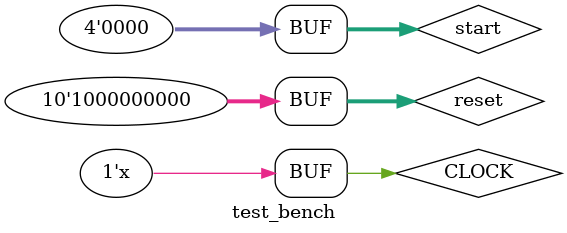
<source format=sv>
   `timescale 1 ns / 10 ps

module test_bench(
);
//=========25M  CLOCK========= 
reg CLOCK;
 initial CLOCK = 1'b1;
  always 
  begin
   #10 CLOCK <= ~CLOCK;    
  end

//============reset=============
reg [9:0] reset;

initial
begin
			reset<=0;
  #1000 reset <=10'b1000000000;    
  end
 
 reg [3:0] start;

initial
begin
			start<=4'b0001;
  #2000 start <= 4'b0000;    
  end
 

 
 
 
 
DE1_SoC U_DE1_SoC(
.KEY(start),
.SW(reset),
.CLOCK_50(CLOCK)
);


endmodule
</source>
